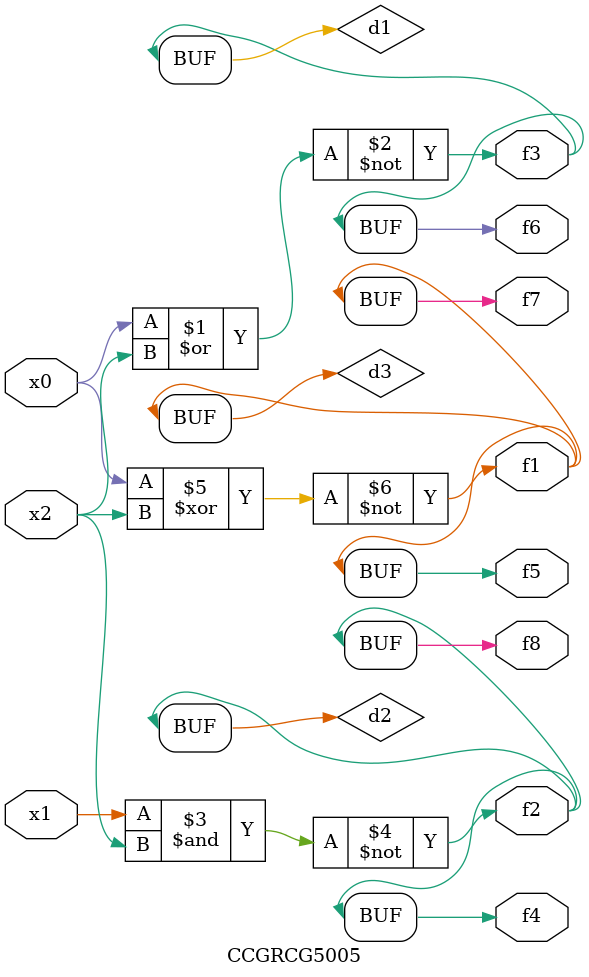
<source format=v>
module CCGRCG5005(
	input x0, x1, x2,
	output f1, f2, f3, f4, f5, f6, f7, f8
);

	wire d1, d2, d3;

	nor (d1, x0, x2);
	nand (d2, x1, x2);
	xnor (d3, x0, x2);
	assign f1 = d3;
	assign f2 = d2;
	assign f3 = d1;
	assign f4 = d2;
	assign f5 = d3;
	assign f6 = d1;
	assign f7 = d3;
	assign f8 = d2;
endmodule

</source>
